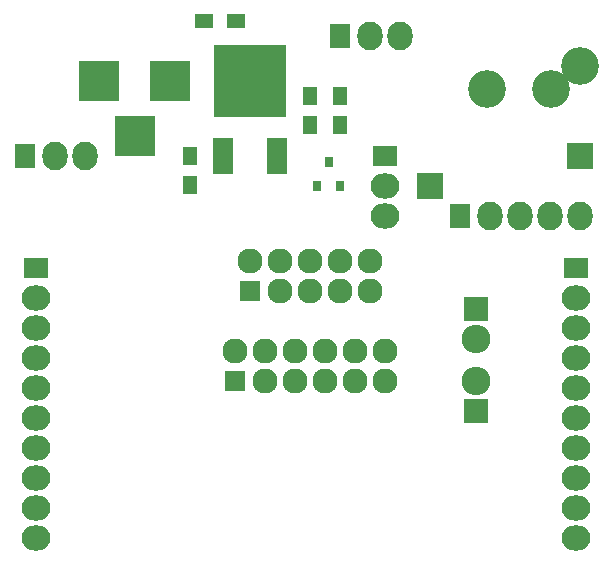
<source format=gts>
G04 #@! TF.GenerationSoftware,KiCad,Pcbnew,5.0.0-rc2*
G04 #@! TF.CreationDate,2019-01-06T14:06:09-05:00*
G04 #@! TF.ProjectId,msp_shield,6D73705F736869656C642E6B69636164,rev?*
G04 #@! TF.SameCoordinates,Original*
G04 #@! TF.FileFunction,Soldermask,Top*
G04 #@! TF.FilePolarity,Negative*
%FSLAX46Y46*%
G04 Gerber Fmt 4.6, Leading zero omitted, Abs format (unit mm)*
G04 Created by KiCad (PCBNEW 5.0.0-rc2) date Sun Jan  6 14:06:09 2019*
%MOMM*%
%LPD*%
G01*
G04 APERTURE LIST*
%ADD10R,2.032000X1.727200*%
%ADD11O,2.432000X2.127200*%
%ADD12R,1.250000X1.500000*%
%ADD13R,3.500120X3.500120*%
%ADD14C,3.200000*%
%ADD15R,1.651000X3.048000*%
%ADD16R,6.096000X6.096000*%
%ADD17R,1.500000X1.300000*%
%ADD18R,2.235200X2.235200*%
%ADD19R,1.727200X2.032000*%
%ADD20O,2.127200X2.432000*%
%ADD21R,2.032000X2.032000*%
%ADD22O,2.432000X2.432000*%
%ADD23R,1.727200X1.727200*%
%ADD24O,2.127200X2.127200*%
%ADD25R,0.800000X0.900000*%
G04 APERTURE END LIST*
D10*
G04 #@! TO.C,P2*
X114001774Y-84436646D03*
D11*
X114001774Y-86976646D03*
X114001774Y-89516646D03*
X114001774Y-92056646D03*
X114001774Y-94596646D03*
X114001774Y-97136646D03*
X114001774Y-99676646D03*
X114001774Y-102216646D03*
X114001774Y-104756646D03*
X114001774Y-107296646D03*
G04 #@! TD*
D12*
G04 #@! TO.C,C1*
X127000000Y-74950000D03*
X127000000Y-77450000D03*
G04 #@! TD*
G04 #@! TO.C,C2*
X137160000Y-69870000D03*
X137160000Y-72370000D03*
G04 #@! TD*
D13*
G04 #@! TO.C,CON1*
X125326140Y-68580000D03*
X119326660Y-68580000D03*
X122326400Y-73279000D03*
G04 #@! TD*
D14*
G04 #@! TO.C,J1*
X160020000Y-67310000D03*
X157620000Y-69310000D03*
X152120000Y-69310000D03*
G04 #@! TD*
D10*
G04 #@! TO.C,P1*
X159721774Y-84436646D03*
D11*
X159721774Y-86976646D03*
X159721774Y-89516646D03*
X159721774Y-92056646D03*
X159721774Y-94596646D03*
X159721774Y-97136646D03*
X159721774Y-99676646D03*
X159721774Y-102216646D03*
X159721774Y-104756646D03*
X159721774Y-107296646D03*
G04 #@! TD*
D15*
G04 #@! TO.C,U1*
X129794000Y-74930000D03*
D16*
X132080000Y-68580000D03*
D15*
X134366000Y-74930000D03*
G04 #@! TD*
D12*
G04 #@! TO.C,C4*
X139700000Y-72370000D03*
X139700000Y-69870000D03*
G04 #@! TD*
D17*
G04 #@! TO.C,F1*
X130890000Y-63500000D03*
X128190000Y-63500000D03*
G04 #@! TD*
D18*
G04 #@! TO.C,P3*
X147320000Y-77470000D03*
G04 #@! TD*
G04 #@! TO.C,P4*
X160020000Y-74930000D03*
G04 #@! TD*
D19*
G04 #@! TO.C,P5*
X149860000Y-80010000D03*
D20*
X152400000Y-80010000D03*
X154940000Y-80010000D03*
X157480000Y-80010000D03*
X160020000Y-80010000D03*
G04 #@! TD*
G04 #@! TO.C,P6*
X118110000Y-74930000D03*
X115570000Y-74930000D03*
D19*
X113030000Y-74930000D03*
G04 #@! TD*
G04 #@! TO.C,P7*
X139700000Y-64770000D03*
D20*
X142240000Y-64770000D03*
X144780000Y-64770000D03*
G04 #@! TD*
D10*
G04 #@! TO.C,P8*
X143510000Y-74930000D03*
D11*
X143510000Y-77470000D03*
X143510000Y-80010000D03*
G04 #@! TD*
D21*
G04 #@! TO.C,P9*
X151258333Y-87927500D03*
D22*
X151258333Y-90467500D03*
G04 #@! TD*
G04 #@! TO.C,P10*
X151258333Y-93980000D03*
D21*
X151258333Y-96520000D03*
G04 #@! TD*
D23*
G04 #@! TO.C,P11*
X132080000Y-86360000D03*
D24*
X132080000Y-83820000D03*
X134620000Y-86360000D03*
X134620000Y-83820000D03*
X137160000Y-86360000D03*
X137160000Y-83820000D03*
X139700000Y-86360000D03*
X139700000Y-83820000D03*
X142240000Y-86360000D03*
X142240000Y-83820000D03*
G04 #@! TD*
D23*
G04 #@! TO.C,P12*
X130810000Y-93980000D03*
D24*
X130810000Y-91440000D03*
X133350000Y-93980000D03*
X133350000Y-91440000D03*
X135890000Y-93980000D03*
X135890000Y-91440000D03*
X138430000Y-93980000D03*
X138430000Y-91440000D03*
X140970000Y-93980000D03*
X140970000Y-91440000D03*
X143510000Y-93980000D03*
X143510000Y-91440000D03*
G04 #@! TD*
D25*
G04 #@! TO.C,U2*
X137800000Y-77470000D03*
X139700000Y-77470000D03*
X138750000Y-75470000D03*
G04 #@! TD*
M02*

</source>
